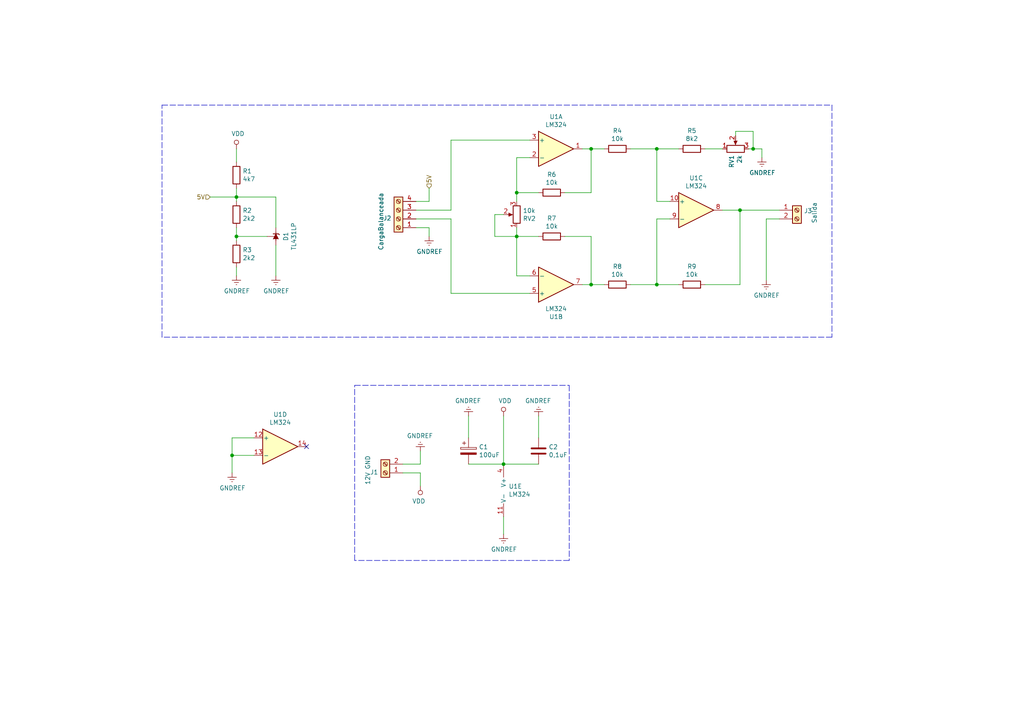
<source format=kicad_sch>
(kicad_sch (version 20231120) (generator "eeschema") (generator_version "8.0")
  (paper "A4")
  (lib_symbols
    (symbol "Ampli de Celda de Carga-rescue:CP-Device" (pin_numbers hide) (pin_names (offset 0.254))
      (property "Reference" "C" (at 0.635 2.54 0))
      (property "Value" "Device:CP" (at 0.635 -2.54 0))
      (symbol "CP-Device_0_1"
        (rectangle (start -2.286 0.508) (end -2.286 1.016))
        (rectangle (start -2.286 0.508) (end 2.286 0.508))
        (polyline (pts (xy -1.778 2.286) (xy -0.762 2.286)))
        (polyline (pts (xy -1.27 2.794) (xy -1.27 1.778)))
        (rectangle (start 2.286 -0.508) (end -2.286 -1.016) (fill (type outline)))
        (rectangle (start 2.286 1.016) (end -2.286 1.016))
        (rectangle (start 2.286 1.016) (end 2.286 0.508))
      )
      (symbol "CP-Device_1_1"
        (pin passive line (at 0 3.81 270) (length 2.794) (name "~") (number "1"))
        (pin passive line (at 0 -3.81 90) (length 2.794) (name "~") (number "2"))
      )
    )
    (symbol "Ampli de Celda de Carga-rescue:GNDREF-power" (power) (pin_names (offset 0))
      (property "Value" "power:GNDREF" (at 0 -3.81 0))
      (symbol "GNDREF-power_0_1"
        (polyline (pts (xy -0.635 -1.905) (xy 0.635 -1.905)))
        (polyline (pts (xy -0.127 -2.54) (xy 0.127 -2.54)))
        (polyline (pts (xy 0 -1.27) (xy 0 0)))
        (polyline (pts (xy 1.27 -1.27) (xy -1.27 -1.27)))
      )
      (symbol "GNDREF-power_1_1"
        (pin power_in line (at 0 0 270) (length 0) hide (name "GNDREF") (number "1"))
      )
    )
    (symbol "Ampli de Celda de Carga-rescue:R_POT-Device" (pin_names (offset 1.016) hide)
      (property "Reference" "RV" (at -4.445 0 90))
      (property "Value" "Device:R_POT" (at -2.54 0 90))
      (symbol "R_POT-Device_0_1"
        (polyline (pts (xy 2.54 0) (xy 1.524 0)))
        (polyline (pts (xy 1.143 0) (xy 2.286 0.508) (xy 2.286 -0.508)) (fill (type outline)))
        (rectangle (start 1.016 2.54) (end -1.016 -2.54) (stroke (width 0.254)))
      )
      (symbol "R_POT-Device_1_1"
        (pin passive line (at 0 3.81 270) (length 1.27) (name "1") (number "1"))
        (pin passive line (at 3.81 0 180) (length 1.27) (name "2") (number "2"))
        (pin passive line (at 0 -3.81 90) (length 1.27) (name "3") (number "3"))
      )
    )
    (symbol "Ampli de Celda de Carga-rescue:VDD-power" (power) (pin_names (offset 0))
      (property "Value" "power:VDD" (at 0 3.81 0))
      (symbol "VDD-power_0_1"
        (polyline (pts (xy 0 0) (xy 0 1.27)))
        (circle (center 0 1.905) (radius 0.635))
      )
      (symbol "VDD-power_1_1"
        (pin power_in line (at 0 0 90) (length 0) hide (name "VDD") (number "1"))
      )
    )
    (symbol "Amplifier_Operational:LM324" (pin_names (offset 0.127))
      (property "Reference" "U" (at 0 5.08 0))
      (property "Value" "LM324" (at 0 -5.08 0))
      (symbol "LM324_1_1"
        (polyline (pts (xy -5.08 5.08) (xy 5.08 0) (xy -5.08 -5.08) (xy -5.08 5.08)) (stroke (width 0.254)) (fill (type background)))
        (pin output line (at 7.62 0 180) (length 2.54) (name "~") (number "1"))
        (pin input line (at -7.62 -2.54 0) (length 2.54) (name "-") (number "2"))
        (pin input line (at -7.62 2.54 0) (length 2.54) (name "+") (number "3"))
      )
      (symbol "LM324_2_1"
        (polyline (pts (xy -5.08 5.08) (xy 5.08 0) (xy -5.08 -5.08) (xy -5.08 5.08)) (stroke (width 0.254)) (fill (type background)))
        (pin input line (at -7.62 2.54 0) (length 2.54) (name "+") (number "5"))
        (pin input line (at -7.62 -2.54 0) (length 2.54) (name "-") (number "6"))
        (pin output line (at 7.62 0 180) (length 2.54) (name "~") (number "7"))
      )
      (symbol "LM324_3_1"
        (polyline (pts (xy -5.08 5.08) (xy 5.08 0) (xy -5.08 -5.08) (xy -5.08 5.08)) (stroke (width 0.254)) (fill (type background)))
        (pin input line (at -7.62 2.54 0) (length 2.54) (name "+") (number "10"))
        (pin output line (at 7.62 0 180) (length 2.54) (name "~") (number "8"))
        (pin input line (at -7.62 -2.54 0) (length 2.54) (name "-") (number "9"))
      )
      (symbol "LM324_4_1"
        (polyline (pts (xy -5.08 5.08) (xy 5.08 0) (xy -5.08 -5.08) (xy -5.08 5.08)) (stroke (width 0.254)) (fill (type background)))
        (pin input line (at -7.62 2.54 0) (length 2.54) (name "+") (number "12"))
        (pin input line (at -7.62 -2.54 0) (length 2.54) (name "-") (number "13"))
        (pin output line (at 7.62 0 180) (length 2.54) (name "~") (number "14"))
      )
      (symbol "LM324_5_1"
        (pin power_in line (at -2.54 -7.62 90) (length 3.81) (name "V-") (number "11"))
        (pin power_in line (at -2.54 7.62 270) (length 3.81) (name "V+") (number "4"))
      )
    )
    (symbol "Connector:Screw_Terminal_01x02" (pin_names (offset 1.016) hide)
      (property "Reference" "J" (at 0 2.54 0))
      (property "Value" "Screw_Terminal_01x02" (at 0 -5.08 0))
      (symbol "Screw_Terminal_01x02_1_1"
        (rectangle (start -1.27 1.27) (end 1.27 -3.81) (stroke (width 0.254)) (fill (type background)))
        (circle (center 0 -2.54) (radius 0.635) (stroke (width 0.1524)))
        (polyline (pts (xy -0.5334 -2.2098) (xy 0.3302 -3.048)) (stroke (width 0.1524)))
        (polyline (pts (xy -0.5334 0.3302) (xy 0.3302 -0.508)) (stroke (width 0.1524)))
        (polyline (pts (xy -0.3556 -2.032) (xy 0.508 -2.8702)) (stroke (width 0.1524)))
        (polyline (pts (xy -0.3556 0.508) (xy 0.508 -0.3302)) (stroke (width 0.1524)))
        (circle (center 0 0) (radius 0.635) (stroke (width 0.1524)))
        (pin passive line (at -5.08 0 0) (length 3.81) (name "Pin_1") (number "1"))
        (pin passive line (at -5.08 -2.54 0) (length 3.81) (name "Pin_2") (number "2"))
      )
    )
    (symbol "Connector:Screw_Terminal_01x04" (pin_names (offset 1.016) hide)
      (property "Reference" "J" (at 0 5.08 0))
      (property "Value" "Screw_Terminal_01x04" (at 0 -7.62 0))
      (symbol "Screw_Terminal_01x04_1_1"
        (rectangle (start -1.27 3.81) (end 1.27 -6.35) (stroke (width 0.254)) (fill (type background)))
        (circle (center 0 -5.08) (radius 0.635) (stroke (width 0.1524)))
        (circle (center 0 -2.54) (radius 0.635) (stroke (width 0.1524)))
        (polyline (pts (xy -0.5334 -4.7498) (xy 0.3302 -5.588)) (stroke (width 0.1524)))
        (polyline (pts (xy -0.5334 -2.2098) (xy 0.3302 -3.048)) (stroke (width 0.1524)))
        (polyline (pts (xy -0.5334 0.3302) (xy 0.3302 -0.508)) (stroke (width 0.1524)))
        (polyline (pts (xy -0.5334 2.8702) (xy 0.3302 2.032)) (stroke (width 0.1524)))
        (polyline (pts (xy -0.3556 -4.572) (xy 0.508 -5.4102)) (stroke (width 0.1524)))
        (polyline (pts (xy -0.3556 -2.032) (xy 0.508 -2.8702)) (stroke (width 0.1524)))
        (polyline (pts (xy -0.3556 0.508) (xy 0.508 -0.3302)) (stroke (width 0.1524)))
        (polyline (pts (xy -0.3556 3.048) (xy 0.508 2.2098)) (stroke (width 0.1524)))
        (circle (center 0 0) (radius 0.635) (stroke (width 0.1524)))
        (circle (center 0 2.54) (radius 0.635) (stroke (width 0.1524)))
        (pin passive line (at -5.08 2.54 0) (length 3.81) (name "Pin_1") (number "1"))
        (pin passive line (at -5.08 0 0) (length 3.81) (name "Pin_2") (number "2"))
        (pin passive line (at -5.08 -2.54 0) (length 3.81) (name "Pin_3") (number "3"))
        (pin passive line (at -5.08 -5.08 0) (length 3.81) (name "Pin_4") (number "4"))
      )
    )
    (symbol "Device:C" (pin_numbers hide) (pin_names (offset 0.254))
      (property "Reference" "C" (at 0.635 2.54 0))
      (property "Value" "C" (at 0.635 -2.54 0))
      (symbol "C_0_1"
        (polyline (pts (xy -2.032 -0.762) (xy 2.032 -0.762)) (stroke (width 0.508)))
        (polyline (pts (xy -2.032 0.762) (xy 2.032 0.762)) (stroke (width 0.508)))
      )
      (symbol "C_1_1"
        (pin passive line (at 0 3.81 270) (length 2.794) (name "~") (number "1"))
        (pin passive line (at 0 -3.81 90) (length 2.794) (name "~") (number "2"))
      )
    )
    (symbol "Device:R" (pin_numbers hide) (pin_names (offset 0))
      (property "Reference" "R" (at 2.032 0 90))
      (property "Value" "R" (at 0 0 90))
      (symbol "R_0_1"
        (rectangle (start -1.016 -2.54) (end 1.016 2.54) (stroke (width 0.254)))
      )
      (symbol "R_1_1"
        (pin passive line (at 0 3.81 270) (length 1.27) (name "~") (number "1"))
        (pin passive line (at 0 -3.81 90) (length 1.27) (name "~") (number "2"))
      )
    )
    (symbol "Reference_Voltage:TL431LP" (pin_numbers hide) (pin_names hide)
      (property "Reference" "U" (at -2.54 2.54 0))
      (property "Value" "TL431LP" (at 0 -2.54 0))
      (symbol "TL431LP_0_1"
        (polyline (pts (xy -1.27 0) (xy 0 0) (xy 1.27 0)))
        (polyline (pts (xy -0.762 0.762) (xy 0.762 0) (xy -0.762 -0.762)) (fill (type outline)))
        (polyline (pts (xy 0.508 -1.016) (xy 0.762 -0.762) (xy 0.762 0.762) (xy 0.762 0.762)) (stroke (width 0.254)))
      )
      (symbol "TL431LP_1_1"
        (pin passive line (at 0 2.54 270) (length 2.54) (name "REF") (number "1"))
        (pin passive line (at -2.54 0 0) (length 2.54) (name "A") (number "2"))
        (pin passive line (at 2.54 0 180) (length 2.54) (name "K") (number "3"))
      )
    )
  )
  (junction (at 214.63 60.96))
  (junction (at 68.58 57.15))
  (junction (at 68.58 68.58))
  (junction (at 146.05 134.62))
  (junction (at 190.5 82.55))
  (junction (at 190.5 43.18))
  (junction (at 149.86 68.58))
  (junction (at 171.45 82.55))
  (junction (at 171.45 43.18))
  (junction (at 67.31 132.08))
  (junction (at 149.86 55.88))
  (junction (at 218.44 43.18))
  (no_connect (at 88.9 129.54))
  (wire (pts (xy 194.31 58.42) (xy 190.5 58.42)))
  (wire (pts (xy 218.44 43.18) (xy 217.17 43.18)))
  (wire (pts (xy 214.63 60.96) (xy 209.55 60.96)))
  (wire (pts (xy 156.21 134.62) (xy 146.05 134.62)))
  (wire (pts (xy 146.05 134.62) (xy 146.05 120.65)))
  (wire (pts (xy 190.5 43.18) (xy 182.88 43.18)))
  (wire (pts (xy 149.86 68.58) (xy 149.86 66.04)))
  (wire (pts (xy 163.83 68.58) (xy 171.45 68.58)))
  (wire (pts (xy 171.45 55.88) (xy 171.45 43.18)))
  (wire (pts (xy 190.5 58.42) (xy 190.5 43.18)))
  (wire (pts (xy 149.86 45.72) (xy 153.67 45.72)))
  (wire (pts (xy 68.58 69.85) (xy 68.58 68.58)))
  (wire (pts (xy 149.86 55.88) (xy 149.86 45.72)))
  (wire (pts (xy 190.5 63.5) (xy 190.5 82.55)))
  (polyline (pts (xy 165.1 111.76) (xy 165.1 162.56)) (stroke (width 0) (type dash)))
  (wire (pts (xy 156.21 120.65) (xy 156.21 127)))
  (wire (pts (xy 121.92 137.16) (xy 121.92 140.97)))
  (wire (pts (xy 121.92 134.62) (xy 121.92 130.81)))
  (wire (pts (xy 196.85 82.55) (xy 190.5 82.55)))
  (wire (pts (xy 204.47 82.55) (xy 214.63 82.55)))
  (wire (pts (xy 80.01 57.15) (xy 68.58 57.15)))
  (wire (pts (xy 220.98 43.18) (xy 218.44 43.18)))
  (wire (pts (xy 175.26 43.18) (xy 171.45 43.18)))
  (wire (pts (xy 220.98 45.72) (xy 220.98 43.18)))
  (wire (pts (xy 153.67 85.09) (xy 130.81 85.09)))
  (wire (pts (xy 80.01 80.01) (xy 80.01 71.12)))
  (wire (pts (xy 67.31 127) (xy 67.31 132.08)))
  (wire (pts (xy 130.81 60.96) (xy 120.65 60.96)))
  (wire (pts (xy 73.66 127) (xy 67.31 127)))
  (wire (pts (xy 143.51 68.58) (xy 149.86 68.58)))
  (wire (pts (xy 68.58 80.01) (xy 68.58 77.47)))
  (wire (pts (xy 156.21 55.88) (xy 149.86 55.88)))
  (polyline (pts (xy 241.3 97.79) (xy 46.99 97.79)) (stroke (width 0) (type dash)))
  (wire (pts (xy 194.31 63.5) (xy 190.5 63.5)))
  (wire (pts (xy 120.65 66.04) (xy 124.46 66.04)))
  (polyline (pts (xy 102.87 162.56) (xy 102.87 111.76)) (stroke (width 0) (type dash)))
  (wire (pts (xy 213.36 38.1) (xy 218.44 38.1)))
  (wire (pts (xy 68.58 57.15) (xy 60.96 57.15)))
  (wire (pts (xy 116.84 137.16) (xy 121.92 137.16)))
  (wire (pts (xy 190.5 82.55) (xy 182.88 82.55)))
  (wire (pts (xy 213.36 39.37) (xy 213.36 38.1)))
  (wire (pts (xy 171.45 68.58) (xy 171.45 82.55)))
  (wire (pts (xy 222.25 63.5) (xy 226.06 63.5)))
  (wire (pts (xy 68.58 68.58) (xy 68.58 66.04)))
  (wire (pts (xy 209.55 43.18) (xy 204.47 43.18)))
  (wire (pts (xy 130.81 85.09) (xy 130.81 63.5)))
  (polyline (pts (xy 46.99 30.48) (xy 241.3 30.48)) (stroke (width 0) (type dash)))
  (wire (pts (xy 149.86 55.88) (xy 149.86 58.42)))
  (polyline (pts (xy 102.87 111.76) (xy 165.1 111.76)) (stroke (width 0) (type dash)))
  (wire (pts (xy 196.85 43.18) (xy 190.5 43.18)))
  (wire (pts (xy 124.46 66.04) (xy 124.46 68.58)))
  (wire (pts (xy 153.67 80.01) (xy 149.86 80.01)))
  (wire (pts (xy 130.81 40.64) (xy 130.81 60.96)))
  (wire (pts (xy 68.58 43.18) (xy 68.58 46.99)))
  (polyline (pts (xy 165.1 162.56) (xy 102.87 162.56)) (stroke (width 0) (type dash)))
  (wire (pts (xy 116.84 134.62) (xy 121.92 134.62)))
  (wire (pts (xy 68.58 58.42) (xy 68.58 57.15)))
  (wire (pts (xy 175.26 82.55) (xy 171.45 82.55)))
  (wire (pts (xy 226.06 60.96) (xy 214.63 60.96)))
  (wire (pts (xy 153.67 40.64) (xy 130.81 40.64)))
  (polyline (pts (xy 241.3 30.48) (xy 241.3 97.79)) (stroke (width 0) (type dash)))
  (wire (pts (xy 146.05 62.23) (xy 143.51 62.23)))
  (wire (pts (xy 135.89 120.65) (xy 135.89 127)))
  (wire (pts (xy 135.89 134.62) (xy 146.05 134.62)))
  (wire (pts (xy 143.51 62.23) (xy 143.51 68.58)))
  (wire (pts (xy 163.83 55.88) (xy 171.45 55.88)))
  (wire (pts (xy 146.05 154.94) (xy 146.05 149.86)))
  (wire (pts (xy 67.31 137.16) (xy 67.31 132.08)))
  (wire (pts (xy 130.81 63.5) (xy 120.65 63.5)))
  (wire (pts (xy 68.58 57.15) (xy 68.58 54.61)))
  (wire (pts (xy 67.31 132.08) (xy 73.66 132.08)))
  (wire (pts (xy 124.46 58.42) (xy 124.46 54.61)))
  (wire (pts (xy 171.45 82.55) (xy 168.91 82.55)))
  (wire (pts (xy 171.45 43.18) (xy 168.91 43.18)))
  (wire (pts (xy 156.21 68.58) (xy 149.86 68.58)))
  (wire (pts (xy 214.63 82.55) (xy 214.63 60.96)))
  (wire (pts (xy 80.01 66.04) (xy 80.01 57.15)))
  (wire (pts (xy 149.86 80.01) (xy 149.86 68.58)))
  (polyline (pts (xy 46.99 97.79) (xy 46.99 30.48)) (stroke (width 0) (type dash)))
  (wire (pts (xy 77.47 68.58) (xy 68.58 68.58)))
  (wire (pts (xy 218.44 38.1) (xy 218.44 43.18)))
  (wire (pts (xy 120.65 58.42) (xy 124.46 58.42)))
  (wire (pts (xy 222.25 81.28) (xy 222.25 63.5)))
  (hierarchical_label "5V" (shape input) (at 60.96 57.15 180))
  (hierarchical_label "5V" (shape input) (at 124.46 54.61 90))
  (symbol (lib_id "Amplifier_Operational:LM324") (at 161.29 43.18 0) (unit 1)
    (property "Reference" "U1" (at 161.29 33.8582 0))
    (property "Value" "LM324" (at 161.29 36.1696 0))
    (property "Footprint" "Housings_DIP:DIP-14_W7.62mm_LongPads" (effects (hide yes)))
    (property "Datasheet" "http://www.ti.com/lit/ds/symlink/lm2902-n.pdf" (effects (hide yes)))
  )
  (symbol (lib_id "Amplifier_Operational:LM324") (at 161.29 82.55 0) (mirror x) (unit 2)
    (property "Reference" "U1" (at 161.29 91.8718 0))
    (property "Value" "LM324" (at 161.29 89.5604 0))
    (property "Footprint" "Housings_DIP:DIP-14_W7.62mm_LongPads" (effects (hide yes)))
    (property "Datasheet" "http://www.ti.com/lit/ds/symlink/lm2902-n.pdf" (effects (hide yes)))
  )
  (symbol (lib_id "Amplifier_Operational:LM324") (at 201.93 60.96 0) (unit 3)
    (property "Reference" "U1" (at 201.93 51.6382 0))
    (property "Value" "LM324" (at 201.93 53.9496 0))
    (property "Footprint" "Housings_DIP:DIP-14_W7.62mm_LongPads" (effects (hide yes)))
    (property "Datasheet" "http://www.ti.com/lit/ds/symlink/lm2902-n.pdf" (effects (hide yes)))
  )
  (symbol (lib_id "Amplifier_Operational:LM324") (at 81.28 129.54 0) (unit 4)
    (property "Reference" "U1" (at 81.28 120.2182 0))
    (property "Value" "LM324" (at 81.28 122.5296 0))
    (property "Footprint" "Housings_DIP:DIP-14_W7.62mm_LongPads" (effects (hide yes)))
    (property "Datasheet" "http://www.ti.com/lit/ds/symlink/lm2902-n.pdf" (effects (hide yes)))
  )
  (symbol (lib_id "Amplifier_Operational:LM324") (at 148.59 142.24 0) (unit 5)
    (property "Reference" "U1" (at 147.5232 141.0716 0) (effects (justify left)))
    (property "Value" "LM324" (at 147.5232 143.383 0) (effects (justify left)))
    (property "Footprint" "Housings_DIP:DIP-14_W7.62mm_LongPads" (effects (hide yes)))
    (property "Datasheet" "http://www.ti.com/lit/ds/symlink/lm2902-n.pdf" (effects (hide yes)))
  )
  (symbol (lib_id "Device:R") (at 160.02 55.88 270) (unit 1)
    (property "Reference" "R6" (at 160.02 50.6222 90))
    (property "Value" "10k" (at 160.02 52.9336 90))
    (property "Footprint" "Resistors_THT:R_Axial_DIN0204_L3.6mm_D1.6mm_P7.62mm_Horizontal" (effects (hide yes)))
  )
  (symbol (lib_id "Device:C") (at 156.21 130.81 0) (unit 1)
    (property "Reference" "C2" (at 159.131 129.6416 0) (effects (justify left)))
    (property "Value" "0,1uF" (at 159.131 131.953 0) (effects (justify left)))
    (property "Footprint" "Capacitors_THT:C_Disc_D3.0mm_W2.0mm_P2.50mm" (effects (hide yes)))
  )
  (symbol (lib_id "Ampli de Celda de Carga-rescue:CP-Device") (at 135.89 130.81 0) (unit 1)
    (property "Reference" "C1" (at 138.8872 129.6416 0) (effects (justify left)))
    (property "Value" "100uF" (at 138.8872 131.953 0) (effects (justify left)))
    (property "Footprint" "Capacitors_THT:CP_Radial_D4.0mm_P2.00mm" (effects (hide yes)))
  )
  (symbol (lib_id "Connector:Screw_Terminal_01x02") (at 111.76 137.16 180) (unit 1)
    (property "Reference" "J1" (at 109.728 136.9568 0) (effects (justify left)))
    (property "Value" "12V GND" (at 106.68 132.08 90) (effects (justify left)))
    (property "Footprint" "Connectors_Terminal_Blocks:TerminalBlock_Altech_AK300-2_P5.00mm" (effects (hide yes)))
  )
  (symbol (lib_id "Connector:Screw_Terminal_01x04") (at 115.57 63.5 180) (unit 1)
    (property "Reference" "J2" (at 113.538 63.2968 0) (effects (justify left)))
    (property "Value" "CargaBalanceada" (at 110.49 55.88 90) (effects (justify left)))
    (property "Footprint" "Connectors_Terminal_Blocks:TerminalBlock_bornier-4_P5.08mm" (effects (hide yes)))
  )
  (symbol (lib_id "Ampli de Celda de Carga-rescue:R_POT-Device") (at 213.36 43.18 90) (unit 1)
    (property "Reference" "RV1" (at 212.1916 44.958 0) (effects (justify right)))
    (property "Value" "2k" (at 214.503 44.958 0) (effects (justify right)))
    (property "Footprint" "Potentiometers:Potentiometer_Trimmer_Bourns_3266Y" (effects (hide yes)))
  )
  (symbol (lib_id "Reference_Voltage:TL431LP") (at 80.01 68.58 90) (unit 1)
    (property "Reference" "D1" (at 82.9056 68.58 0))
    (property "Value" "TL431LP" (at 85.217 68.58 0))
    (property "Footprint" "TO_SOT_Packages_THT:TO-220-3_Vertical" (effects (hide yes)))
    (property "Datasheet" "http://www.ti.com/lit/ds/symlink/tl431.pdf" (effects (hide yes)))
  )
  (symbol (lib_id "Device:R") (at 160.02 68.58 270) (unit 1)
    (property "Reference" "R7" (at 160.02 63.3222 90))
    (property "Value" "10k" (at 160.02 65.6336 90))
    (property "Footprint" "Resistors_THT:R_Axial_DIN0204_L3.6mm_D1.6mm_P7.62mm_Horizontal" (effects (hide yes)))
  )
  (symbol (lib_id "Ampli de Celda de Carga-rescue:R_POT-Device") (at 149.86 62.23 180) (unit 1)
    (property "Reference" "RV2" (at 151.638 63.3984 0) (effects (justify right)))
    (property "Value" "10k" (at 151.638 61.087 0) (effects (justify right)))
    (property "Footprint" "Potentiometers:Potentiometer_Trimmer_Bourns_3266Y" (effects (hide yes)))
  )
  (symbol (lib_id "Device:R") (at 179.07 43.18 270) (unit 1)
    (property "Reference" "R4" (at 179.07 37.9222 90))
    (property "Value" "10k" (at 179.07 40.2336 90))
    (property "Footprint" "Resistors_THT:R_Axial_DIN0204_L3.6mm_D1.6mm_P7.62mm_Horizontal" (effects (hide yes)))
  )
  (symbol (lib_id "Device:R") (at 179.07 82.55 270) (unit 1)
    (property "Reference" "R8" (at 179.07 77.2922 90))
    (property "Value" "10k" (at 179.07 79.6036 90))
    (property "Footprint" "Resistors_THT:R_Axial_DIN0204_L3.6mm_D1.6mm_P7.62mm_Horizontal" (effects (hide yes)))
  )
  (symbol (lib_id "Device:R") (at 200.66 43.18 270) (unit 1)
    (property "Reference" "R5" (at 200.66 37.9222 90))
    (property "Value" "8k2" (at 200.66 40.2336 90))
    (property "Footprint" "Resistors_THT:R_Axial_DIN0204_L3.6mm_D1.6mm_P7.62mm_Horizontal" (effects (hide yes)))
  )
  (symbol (lib_id "Device:R") (at 200.66 82.55 270) (unit 1)
    (property "Reference" "R9" (at 200.66 77.2922 90))
    (property "Value" "10k" (at 200.66 79.6036 90))
    (property "Footprint" "Resistors_THT:R_Axial_DIN0204_L3.6mm_D1.6mm_P7.62mm_Horizontal" (effects (hide yes)))
  )
  (symbol (lib_id "Connector:Screw_Terminal_01x02") (at 231.14 60.96 0) (unit 1)
    (property "Reference" "J3" (at 233.172 61.1632 0) (effects (justify left)))
    (property "Value" "Salida" (at 236.22 64.77 90) (effects (justify left)))
    (property "Footprint" "Connectors_Terminal_Blocks:TerminalBlock_bornier-2_P5.08mm" (effects (hide yes)))
  )
  (symbol (lib_id "Ampli de Celda de Carga-rescue:GNDREF-power") (at 220.98 45.72 0) (unit 1)
    (property "Reference" "#PWR012" (effects (hide yes)))
    (property "Value" "GNDREF" (at 221.107 50.1142 0))
  )
  (symbol (lib_id "Ampli de Celda de Carga-rescue:VDD-power") (at 68.58 43.18 0) (unit 1)
    (property "Reference" "#PWR02" (effects (hide yes)))
    (property "Value" "VDD" (at 69.0118 38.7858 0))
  )
  (symbol (lib_id "Ampli de Celda de Carga-rescue:GNDREF-power") (at 222.25 81.28 0) (unit 1)
    (property "Reference" "#PWR013" (effects (hide yes)))
    (property "Value" "GNDREF" (at 222.377 85.6742 0))
  )
  (symbol (lib_id "Ampli de Celda de Carga-rescue:GNDREF-power") (at 124.46 68.58 0) (unit 1)
    (property "Reference" "#PWR07" (effects (hide yes)))
    (property "Value" "GNDREF" (at 124.587 72.9742 0))
  )
  (symbol (lib_id "Device:R") (at 68.58 50.8 0) (unit 1)
    (property "Reference" "R1" (at 70.358 49.6316 0) (effects (justify left)))
    (property "Value" "4k7" (at 70.358 51.943 0) (effects (justify left)))
    (property "Footprint" "Resistors_THT:R_Axial_DIN0204_L3.6mm_D1.6mm_P7.62mm_Horizontal" (effects (hide yes)))
  )
  (symbol (lib_id "Device:R") (at 68.58 62.23 0) (unit 1)
    (property "Reference" "R2" (at 70.358 61.0616 0) (effects (justify left)))
    (property "Value" "2k2" (at 70.358 63.373 0) (effects (justify left)))
    (property "Footprint" "Resistors_THT:R_Axial_DIN0204_L3.6mm_D1.6mm_P7.62mm_Horizontal" (effects (hide yes)))
  )
  (symbol (lib_id "Device:R") (at 68.58 73.66 0) (unit 1)
    (property "Reference" "R3" (at 70.358 72.4916 0) (effects (justify left)))
    (property "Value" "2k2" (at 70.358 74.803 0) (effects (justify left)))
    (property "Footprint" "Resistors_THT:R_Axial_DIN0204_L3.6mm_D1.6mm_P7.62mm_Horizontal" (effects (hide yes)))
  )
  (symbol (lib_id "Ampli de Celda de Carga-rescue:GNDREF-power") (at 68.58 80.01 0) (unit 1)
    (property "Reference" "#PWR03" (effects (hide yes)))
    (property "Value" "GNDREF" (at 68.707 84.4042 0))
  )
  (symbol (lib_id "Ampli de Celda de Carga-rescue:GNDREF-power") (at 80.01 80.01 0) (unit 1)
    (property "Reference" "#PWR04" (effects (hide yes)))
    (property "Value" "GNDREF" (at 80.137 84.4042 0))
  )
  (symbol (lib_id "Ampli de Celda de Carga-rescue:GNDREF-power") (at 67.31 137.16 0) (unit 1)
    (property "Reference" "#PWR01" (effects (hide yes)))
    (property "Value" "GNDREF" (at 67.437 141.5542 0))
  )
  (symbol (lib_id "Ampli de Celda de Carga-rescue:VDD-power") (at 146.05 120.65 0) (unit 1)
    (property "Reference" "#PWR09" (effects (hide yes)))
    (property "Value" "VDD" (at 146.4818 116.2558 0))
  )
  (symbol (lib_id "Ampli de Celda de Carga-rescue:GNDREF-power") (at 135.89 120.65 180) (unit 1)
    (property "Reference" "#PWR08" (effects (hide yes)))
    (property "Value" "GNDREF" (at 135.763 116.2558 0))
  )
  (symbol (lib_id "Ampli de Celda de Carga-rescue:GNDREF-power") (at 156.21 120.65 180) (unit 1)
    (property "Reference" "#PWR011" (effects (hide yes)))
    (property "Value" "GNDREF" (at 156.083 116.2558 0))
  )
  (symbol (lib_id "Ampli de Celda de Carga-rescue:GNDREF-power") (at 146.05 154.94 0) (unit 1)
    (property "Reference" "#PWR010" (effects (hide yes)))
    (property "Value" "GNDREF" (at 146.177 159.3342 0))
  )
  (symbol (lib_id "Ampli de Celda de Carga-rescue:VDD-power") (at 121.92 140.97 180) (unit 1)
    (property "Reference" "#PWR06" (effects (hide yes)))
    (property "Value" "VDD" (at 121.4628 145.3642 0))
  )
  (symbol (lib_id "Ampli de Celda de Carga-rescue:GNDREF-power") (at 121.92 130.81 180) (unit 1)
    (property "Reference" "#PWR05" (effects (hide yes)))
    (property "Value" "GNDREF" (at 121.793 126.4158 0))
  )
)
</source>
